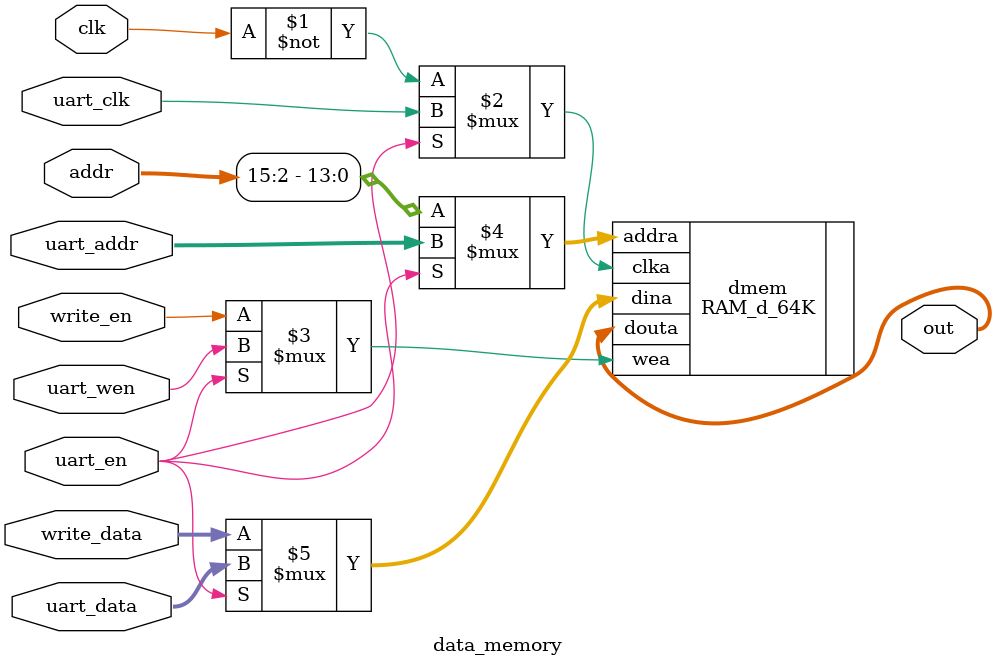
<source format=v>
`timescale 1ns / 1ps


module data_memory(
    input clk,
    input uart_clk,
    input write_en,
    input uart_wen,
    input uart_en,
    input [31:0] addr,
    input [31:0] write_data,
    input [13:0] uart_addr,
    input [31:0] uart_data,
    
    output [31:0] out
    );
    
    RAM_d_64K dmem(
        .clka(uart_en ? uart_clk : ~clk),
        .wea(uart_en ? uart_wen : write_en),
        .addra(uart_en ? uart_addr : addr[15:2]),
        .dina(uart_en ? uart_data : write_data),
        .douta(out)
    );
    
endmodule

</source>
